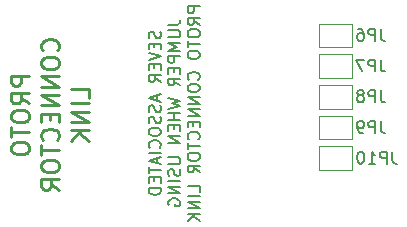
<source format=gbo>
G04 #@! TF.GenerationSoftware,KiCad,Pcbnew,(5.1.9-0-10_14)*
G04 #@! TF.CreationDate,2021-06-23T14:37:37+10:00*
G04 #@! TF.ProjectId,v0.4.4c,76302e34-2e34-4632-9e6b-696361645f70,4c*
G04 #@! TF.SameCoordinates,Original*
G04 #@! TF.FileFunction,Legend,Bot*
G04 #@! TF.FilePolarity,Positive*
%FSLAX46Y46*%
G04 Gerber Fmt 4.6, Leading zero omitted, Abs format (unit mm)*
G04 Created by KiCad (PCBNEW (5.1.9-0-10_14)) date 2021-06-23 14:37:37*
%MOMM*%
%LPD*%
G01*
G04 APERTURE LIST*
%ADD10C,0.150000*%
%ADD11C,0.287500*%
%ADD12C,0.120000*%
G04 APERTURE END LIST*
D10*
X125154761Y-110895238D02*
X125202380Y-111038095D01*
X125202380Y-111276190D01*
X125154761Y-111371428D01*
X125107142Y-111419047D01*
X125011904Y-111466666D01*
X124916666Y-111466666D01*
X124821428Y-111419047D01*
X124773809Y-111371428D01*
X124726190Y-111276190D01*
X124678571Y-111085714D01*
X124630952Y-110990476D01*
X124583333Y-110942857D01*
X124488095Y-110895238D01*
X124392857Y-110895238D01*
X124297619Y-110942857D01*
X124250000Y-110990476D01*
X124202380Y-111085714D01*
X124202380Y-111323809D01*
X124250000Y-111466666D01*
X124678571Y-111895238D02*
X124678571Y-112228571D01*
X125202380Y-112371428D02*
X125202380Y-111895238D01*
X124202380Y-111895238D01*
X124202380Y-112371428D01*
X124202380Y-112657142D02*
X125202380Y-112990476D01*
X124202380Y-113323809D01*
X124678571Y-113657142D02*
X124678571Y-113990476D01*
X125202380Y-114133333D02*
X125202380Y-113657142D01*
X124202380Y-113657142D01*
X124202380Y-114133333D01*
X125202380Y-115133333D02*
X124726190Y-114800000D01*
X125202380Y-114561904D02*
X124202380Y-114561904D01*
X124202380Y-114942857D01*
X124250000Y-115038095D01*
X124297619Y-115085714D01*
X124392857Y-115133333D01*
X124535714Y-115133333D01*
X124630952Y-115085714D01*
X124678571Y-115038095D01*
X124726190Y-114942857D01*
X124726190Y-114561904D01*
X124916666Y-116276190D02*
X124916666Y-116752380D01*
X125202380Y-116180952D02*
X124202380Y-116514285D01*
X125202380Y-116847619D01*
X125154761Y-117133333D02*
X125202380Y-117276190D01*
X125202380Y-117514285D01*
X125154761Y-117609523D01*
X125107142Y-117657142D01*
X125011904Y-117704761D01*
X124916666Y-117704761D01*
X124821428Y-117657142D01*
X124773809Y-117609523D01*
X124726190Y-117514285D01*
X124678571Y-117323809D01*
X124630952Y-117228571D01*
X124583333Y-117180952D01*
X124488095Y-117133333D01*
X124392857Y-117133333D01*
X124297619Y-117180952D01*
X124250000Y-117228571D01*
X124202380Y-117323809D01*
X124202380Y-117561904D01*
X124250000Y-117704761D01*
X125154761Y-118085714D02*
X125202380Y-118228571D01*
X125202380Y-118466666D01*
X125154761Y-118561904D01*
X125107142Y-118609523D01*
X125011904Y-118657142D01*
X124916666Y-118657142D01*
X124821428Y-118609523D01*
X124773809Y-118561904D01*
X124726190Y-118466666D01*
X124678571Y-118276190D01*
X124630952Y-118180952D01*
X124583333Y-118133333D01*
X124488095Y-118085714D01*
X124392857Y-118085714D01*
X124297619Y-118133333D01*
X124250000Y-118180952D01*
X124202380Y-118276190D01*
X124202380Y-118514285D01*
X124250000Y-118657142D01*
X124202380Y-119276190D02*
X124202380Y-119466666D01*
X124250000Y-119561904D01*
X124345238Y-119657142D01*
X124535714Y-119704761D01*
X124869047Y-119704761D01*
X125059523Y-119657142D01*
X125154761Y-119561904D01*
X125202380Y-119466666D01*
X125202380Y-119276190D01*
X125154761Y-119180952D01*
X125059523Y-119085714D01*
X124869047Y-119038095D01*
X124535714Y-119038095D01*
X124345238Y-119085714D01*
X124250000Y-119180952D01*
X124202380Y-119276190D01*
X125107142Y-120704761D02*
X125154761Y-120657142D01*
X125202380Y-120514285D01*
X125202380Y-120419047D01*
X125154761Y-120276190D01*
X125059523Y-120180952D01*
X124964285Y-120133333D01*
X124773809Y-120085714D01*
X124630952Y-120085714D01*
X124440476Y-120133333D01*
X124345238Y-120180952D01*
X124250000Y-120276190D01*
X124202380Y-120419047D01*
X124202380Y-120514285D01*
X124250000Y-120657142D01*
X124297619Y-120704761D01*
X125202380Y-121133333D02*
X124202380Y-121133333D01*
X124916666Y-121561904D02*
X124916666Y-122038095D01*
X125202380Y-121466666D02*
X124202380Y-121800000D01*
X125202380Y-122133333D01*
X124202380Y-122323809D02*
X124202380Y-122895238D01*
X125202380Y-122609523D02*
X124202380Y-122609523D01*
X124678571Y-123228571D02*
X124678571Y-123561904D01*
X125202380Y-123704761D02*
X125202380Y-123228571D01*
X124202380Y-123228571D01*
X124202380Y-123704761D01*
X125202380Y-124133333D02*
X124202380Y-124133333D01*
X124202380Y-124371428D01*
X124250000Y-124514285D01*
X124345238Y-124609523D01*
X124440476Y-124657142D01*
X124630952Y-124704761D01*
X124773809Y-124704761D01*
X124964285Y-124657142D01*
X125059523Y-124609523D01*
X125154761Y-124514285D01*
X125202380Y-124371428D01*
X125202380Y-124133333D01*
X125852380Y-110300000D02*
X126566666Y-110300000D01*
X126709523Y-110252380D01*
X126804761Y-110157142D01*
X126852380Y-110014285D01*
X126852380Y-109919047D01*
X125852380Y-110776190D02*
X126661904Y-110776190D01*
X126757142Y-110823809D01*
X126804761Y-110871428D01*
X126852380Y-110966666D01*
X126852380Y-111157142D01*
X126804761Y-111252380D01*
X126757142Y-111300000D01*
X126661904Y-111347619D01*
X125852380Y-111347619D01*
X126852380Y-111823809D02*
X125852380Y-111823809D01*
X126566666Y-112157142D01*
X125852380Y-112490476D01*
X126852380Y-112490476D01*
X126852380Y-112966666D02*
X125852380Y-112966666D01*
X125852380Y-113347619D01*
X125900000Y-113442857D01*
X125947619Y-113490476D01*
X126042857Y-113538095D01*
X126185714Y-113538095D01*
X126280952Y-113490476D01*
X126328571Y-113442857D01*
X126376190Y-113347619D01*
X126376190Y-112966666D01*
X126328571Y-113966666D02*
X126328571Y-114300000D01*
X126852380Y-114442857D02*
X126852380Y-113966666D01*
X125852380Y-113966666D01*
X125852380Y-114442857D01*
X126852380Y-115442857D02*
X126376190Y-115109523D01*
X126852380Y-114871428D02*
X125852380Y-114871428D01*
X125852380Y-115252380D01*
X125900000Y-115347619D01*
X125947619Y-115395238D01*
X126042857Y-115442857D01*
X126185714Y-115442857D01*
X126280952Y-115395238D01*
X126328571Y-115347619D01*
X126376190Y-115252380D01*
X126376190Y-114871428D01*
X125852380Y-116538095D02*
X126852380Y-116776190D01*
X126138095Y-116966666D01*
X126852380Y-117157142D01*
X125852380Y-117395238D01*
X126852380Y-117776190D02*
X125852380Y-117776190D01*
X126328571Y-117776190D02*
X126328571Y-118347619D01*
X126852380Y-118347619D02*
X125852380Y-118347619D01*
X126328571Y-118823809D02*
X126328571Y-119157142D01*
X126852380Y-119300000D02*
X126852380Y-118823809D01*
X125852380Y-118823809D01*
X125852380Y-119300000D01*
X126852380Y-119728571D02*
X125852380Y-119728571D01*
X126852380Y-120300000D01*
X125852380Y-120300000D01*
X125852380Y-121538095D02*
X126661904Y-121538095D01*
X126757142Y-121585714D01*
X126804761Y-121633333D01*
X126852380Y-121728571D01*
X126852380Y-121919047D01*
X126804761Y-122014285D01*
X126757142Y-122061904D01*
X126661904Y-122109523D01*
X125852380Y-122109523D01*
X126804761Y-122538095D02*
X126852380Y-122680952D01*
X126852380Y-122919047D01*
X126804761Y-123014285D01*
X126757142Y-123061904D01*
X126661904Y-123109523D01*
X126566666Y-123109523D01*
X126471428Y-123061904D01*
X126423809Y-123014285D01*
X126376190Y-122919047D01*
X126328571Y-122728571D01*
X126280952Y-122633333D01*
X126233333Y-122585714D01*
X126138095Y-122538095D01*
X126042857Y-122538095D01*
X125947619Y-122585714D01*
X125900000Y-122633333D01*
X125852380Y-122728571D01*
X125852380Y-122966666D01*
X125900000Y-123109523D01*
X126852380Y-123538095D02*
X125852380Y-123538095D01*
X126852380Y-124014285D02*
X125852380Y-124014285D01*
X126852380Y-124585714D01*
X125852380Y-124585714D01*
X125900000Y-125585714D02*
X125852380Y-125490476D01*
X125852380Y-125347619D01*
X125900000Y-125204761D01*
X125995238Y-125109523D01*
X126090476Y-125061904D01*
X126280952Y-125014285D01*
X126423809Y-125014285D01*
X126614285Y-125061904D01*
X126709523Y-125109523D01*
X126804761Y-125204761D01*
X126852380Y-125347619D01*
X126852380Y-125442857D01*
X126804761Y-125585714D01*
X126757142Y-125633333D01*
X126423809Y-125633333D01*
X126423809Y-125442857D01*
X128502380Y-108752380D02*
X127502380Y-108752380D01*
X127502380Y-109133333D01*
X127550000Y-109228571D01*
X127597619Y-109276190D01*
X127692857Y-109323809D01*
X127835714Y-109323809D01*
X127930952Y-109276190D01*
X127978571Y-109228571D01*
X128026190Y-109133333D01*
X128026190Y-108752380D01*
X128502380Y-110323809D02*
X128026190Y-109990476D01*
X128502380Y-109752380D02*
X127502380Y-109752380D01*
X127502380Y-110133333D01*
X127550000Y-110228571D01*
X127597619Y-110276190D01*
X127692857Y-110323809D01*
X127835714Y-110323809D01*
X127930952Y-110276190D01*
X127978571Y-110228571D01*
X128026190Y-110133333D01*
X128026190Y-109752380D01*
X127502380Y-110942857D02*
X127502380Y-111133333D01*
X127550000Y-111228571D01*
X127645238Y-111323809D01*
X127835714Y-111371428D01*
X128169047Y-111371428D01*
X128359523Y-111323809D01*
X128454761Y-111228571D01*
X128502380Y-111133333D01*
X128502380Y-110942857D01*
X128454761Y-110847619D01*
X128359523Y-110752380D01*
X128169047Y-110704761D01*
X127835714Y-110704761D01*
X127645238Y-110752380D01*
X127550000Y-110847619D01*
X127502380Y-110942857D01*
X127502380Y-111657142D02*
X127502380Y-112228571D01*
X128502380Y-111942857D02*
X127502380Y-111942857D01*
X127502380Y-112752380D02*
X127502380Y-112942857D01*
X127550000Y-113038095D01*
X127645238Y-113133333D01*
X127835714Y-113180952D01*
X128169047Y-113180952D01*
X128359523Y-113133333D01*
X128454761Y-113038095D01*
X128502380Y-112942857D01*
X128502380Y-112752380D01*
X128454761Y-112657142D01*
X128359523Y-112561904D01*
X128169047Y-112514285D01*
X127835714Y-112514285D01*
X127645238Y-112561904D01*
X127550000Y-112657142D01*
X127502380Y-112752380D01*
X128407142Y-114942857D02*
X128454761Y-114895238D01*
X128502380Y-114752380D01*
X128502380Y-114657142D01*
X128454761Y-114514285D01*
X128359523Y-114419047D01*
X128264285Y-114371428D01*
X128073809Y-114323809D01*
X127930952Y-114323809D01*
X127740476Y-114371428D01*
X127645238Y-114419047D01*
X127550000Y-114514285D01*
X127502380Y-114657142D01*
X127502380Y-114752380D01*
X127550000Y-114895238D01*
X127597619Y-114942857D01*
X127502380Y-115561904D02*
X127502380Y-115752380D01*
X127550000Y-115847619D01*
X127645238Y-115942857D01*
X127835714Y-115990476D01*
X128169047Y-115990476D01*
X128359523Y-115942857D01*
X128454761Y-115847619D01*
X128502380Y-115752380D01*
X128502380Y-115561904D01*
X128454761Y-115466666D01*
X128359523Y-115371428D01*
X128169047Y-115323809D01*
X127835714Y-115323809D01*
X127645238Y-115371428D01*
X127550000Y-115466666D01*
X127502380Y-115561904D01*
X128502380Y-116419047D02*
X127502380Y-116419047D01*
X128502380Y-116990476D01*
X127502380Y-116990476D01*
X128502380Y-117466666D02*
X127502380Y-117466666D01*
X128502380Y-118038095D01*
X127502380Y-118038095D01*
X127978571Y-118514285D02*
X127978571Y-118847619D01*
X128502380Y-118990476D02*
X128502380Y-118514285D01*
X127502380Y-118514285D01*
X127502380Y-118990476D01*
X128407142Y-119990476D02*
X128454761Y-119942857D01*
X128502380Y-119800000D01*
X128502380Y-119704761D01*
X128454761Y-119561904D01*
X128359523Y-119466666D01*
X128264285Y-119419047D01*
X128073809Y-119371428D01*
X127930952Y-119371428D01*
X127740476Y-119419047D01*
X127645238Y-119466666D01*
X127550000Y-119561904D01*
X127502380Y-119704761D01*
X127502380Y-119800000D01*
X127550000Y-119942857D01*
X127597619Y-119990476D01*
X127502380Y-120276190D02*
X127502380Y-120847619D01*
X128502380Y-120561904D02*
X127502380Y-120561904D01*
X127502380Y-121371428D02*
X127502380Y-121561904D01*
X127550000Y-121657142D01*
X127645238Y-121752380D01*
X127835714Y-121800000D01*
X128169047Y-121800000D01*
X128359523Y-121752380D01*
X128454761Y-121657142D01*
X128502380Y-121561904D01*
X128502380Y-121371428D01*
X128454761Y-121276190D01*
X128359523Y-121180952D01*
X128169047Y-121133333D01*
X127835714Y-121133333D01*
X127645238Y-121180952D01*
X127550000Y-121276190D01*
X127502380Y-121371428D01*
X128502380Y-122800000D02*
X128026190Y-122466666D01*
X128502380Y-122228571D02*
X127502380Y-122228571D01*
X127502380Y-122609523D01*
X127550000Y-122704761D01*
X127597619Y-122752380D01*
X127692857Y-122800000D01*
X127835714Y-122800000D01*
X127930952Y-122752380D01*
X127978571Y-122704761D01*
X128026190Y-122609523D01*
X128026190Y-122228571D01*
X128502380Y-124466666D02*
X128502380Y-123990476D01*
X127502380Y-123990476D01*
X128502380Y-124800000D02*
X127502380Y-124800000D01*
X128502380Y-125276190D02*
X127502380Y-125276190D01*
X128502380Y-125847619D01*
X127502380Y-125847619D01*
X128502380Y-126323809D02*
X127502380Y-126323809D01*
X128502380Y-126895238D02*
X127930952Y-126466666D01*
X127502380Y-126895238D02*
X128073809Y-126323809D01*
D11*
X114067857Y-114614285D02*
X112567857Y-114614285D01*
X112567857Y-115185714D01*
X112639286Y-115328571D01*
X112710714Y-115400000D01*
X112853571Y-115471428D01*
X113067857Y-115471428D01*
X113210714Y-115400000D01*
X113282143Y-115328571D01*
X113353571Y-115185714D01*
X113353571Y-114614285D01*
X114067857Y-116971428D02*
X113353571Y-116471428D01*
X114067857Y-116114285D02*
X112567857Y-116114285D01*
X112567857Y-116685714D01*
X112639286Y-116828571D01*
X112710714Y-116900000D01*
X112853571Y-116971428D01*
X113067857Y-116971428D01*
X113210714Y-116900000D01*
X113282143Y-116828571D01*
X113353571Y-116685714D01*
X113353571Y-116114285D01*
X112567857Y-117900000D02*
X112567857Y-118185714D01*
X112639286Y-118328571D01*
X112782143Y-118471428D01*
X113067857Y-118542857D01*
X113567857Y-118542857D01*
X113853571Y-118471428D01*
X113996428Y-118328571D01*
X114067857Y-118185714D01*
X114067857Y-117900000D01*
X113996428Y-117757142D01*
X113853571Y-117614285D01*
X113567857Y-117542857D01*
X113067857Y-117542857D01*
X112782143Y-117614285D01*
X112639286Y-117757142D01*
X112567857Y-117900000D01*
X112567857Y-118971428D02*
X112567857Y-119828571D01*
X114067857Y-119400000D02*
X112567857Y-119400000D01*
X112567857Y-120614285D02*
X112567857Y-120900000D01*
X112639286Y-121042857D01*
X112782143Y-121185714D01*
X113067857Y-121257142D01*
X113567857Y-121257142D01*
X113853571Y-121185714D01*
X113996428Y-121042857D01*
X114067857Y-120900000D01*
X114067857Y-120614285D01*
X113996428Y-120471428D01*
X113853571Y-120328571D01*
X113567857Y-120257142D01*
X113067857Y-120257142D01*
X112782143Y-120328571D01*
X112639286Y-120471428D01*
X112567857Y-120614285D01*
X116462500Y-112471428D02*
X116533928Y-112400000D01*
X116605357Y-112185714D01*
X116605357Y-112042857D01*
X116533928Y-111828571D01*
X116391071Y-111685714D01*
X116248214Y-111614285D01*
X115962500Y-111542857D01*
X115748214Y-111542857D01*
X115462500Y-111614285D01*
X115319643Y-111685714D01*
X115176786Y-111828571D01*
X115105357Y-112042857D01*
X115105357Y-112185714D01*
X115176786Y-112400000D01*
X115248214Y-112471428D01*
X115105357Y-113400000D02*
X115105357Y-113685714D01*
X115176786Y-113828571D01*
X115319643Y-113971428D01*
X115605357Y-114042857D01*
X116105357Y-114042857D01*
X116391071Y-113971428D01*
X116533928Y-113828571D01*
X116605357Y-113685714D01*
X116605357Y-113400000D01*
X116533928Y-113257142D01*
X116391071Y-113114285D01*
X116105357Y-113042857D01*
X115605357Y-113042857D01*
X115319643Y-113114285D01*
X115176786Y-113257142D01*
X115105357Y-113400000D01*
X116605357Y-114685714D02*
X115105357Y-114685714D01*
X116605357Y-115542857D01*
X115105357Y-115542857D01*
X116605357Y-116257142D02*
X115105357Y-116257142D01*
X116605357Y-117114285D01*
X115105357Y-117114285D01*
X115819643Y-117828571D02*
X115819643Y-118328571D01*
X116605357Y-118542857D02*
X116605357Y-117828571D01*
X115105357Y-117828571D01*
X115105357Y-118542857D01*
X116462500Y-120042857D02*
X116533928Y-119971428D01*
X116605357Y-119757142D01*
X116605357Y-119614285D01*
X116533928Y-119400000D01*
X116391071Y-119257142D01*
X116248214Y-119185714D01*
X115962500Y-119114285D01*
X115748214Y-119114285D01*
X115462500Y-119185714D01*
X115319643Y-119257142D01*
X115176786Y-119400000D01*
X115105357Y-119614285D01*
X115105357Y-119757142D01*
X115176786Y-119971428D01*
X115248214Y-120042857D01*
X115105357Y-120471428D02*
X115105357Y-121328571D01*
X116605357Y-120899999D02*
X115105357Y-120899999D01*
X115105357Y-122114285D02*
X115105357Y-122399999D01*
X115176786Y-122542857D01*
X115319643Y-122685714D01*
X115605357Y-122757142D01*
X116105357Y-122757142D01*
X116391071Y-122685714D01*
X116533928Y-122542857D01*
X116605357Y-122399999D01*
X116605357Y-122114285D01*
X116533928Y-121971428D01*
X116391071Y-121828571D01*
X116105357Y-121757142D01*
X115605357Y-121757142D01*
X115319643Y-121828571D01*
X115176786Y-121971428D01*
X115105357Y-122114285D01*
X116605357Y-124257142D02*
X115891071Y-123757142D01*
X116605357Y-123399999D02*
X115105357Y-123399999D01*
X115105357Y-123971428D01*
X115176786Y-124114285D01*
X115248214Y-124185714D01*
X115391071Y-124257142D01*
X115605357Y-124257142D01*
X115748214Y-124185714D01*
X115819643Y-124114285D01*
X115891071Y-123971428D01*
X115891071Y-123399999D01*
X119142857Y-116471428D02*
X119142857Y-115757142D01*
X117642857Y-115757142D01*
X119142857Y-116971428D02*
X117642857Y-116971428D01*
X119142857Y-117685714D02*
X117642857Y-117685714D01*
X119142857Y-118542857D01*
X117642857Y-118542857D01*
X119142857Y-119257142D02*
X117642857Y-119257142D01*
X119142857Y-120114285D02*
X118285714Y-119471428D01*
X117642857Y-120114285D02*
X118500000Y-119257142D01*
D12*
X141400000Y-122600000D02*
X141400000Y-120600000D01*
X138600000Y-122600000D02*
X141400000Y-122600000D01*
X138600000Y-120600000D02*
X138600000Y-122600000D01*
X141400000Y-120600000D02*
X138600000Y-120600000D01*
X141400000Y-120000000D02*
X141400000Y-118000000D01*
X138600000Y-120000000D02*
X141400000Y-120000000D01*
X138600000Y-118000000D02*
X138600000Y-120000000D01*
X141400000Y-118000000D02*
X138600000Y-118000000D01*
X141400000Y-117400000D02*
X141400000Y-115400000D01*
X138600000Y-117400000D02*
X141400000Y-117400000D01*
X138600000Y-115400000D02*
X138600000Y-117400000D01*
X141400000Y-115400000D02*
X138600000Y-115400000D01*
X141400000Y-114800000D02*
X141400000Y-112800000D01*
X138600000Y-114800000D02*
X141400000Y-114800000D01*
X138600000Y-112800000D02*
X138600000Y-114800000D01*
X141400000Y-112800000D02*
X138600000Y-112800000D01*
X141400000Y-112200000D02*
X141400000Y-110200000D01*
X138600000Y-112200000D02*
X141400000Y-112200000D01*
X138600000Y-110200000D02*
X138600000Y-112200000D01*
X141400000Y-110200000D02*
X138600000Y-110200000D01*
D10*
X144809523Y-121052380D02*
X144809523Y-121766666D01*
X144857142Y-121909523D01*
X144952380Y-122004761D01*
X145095238Y-122052380D01*
X145190476Y-122052380D01*
X144333333Y-122052380D02*
X144333333Y-121052380D01*
X143952380Y-121052380D01*
X143857142Y-121100000D01*
X143809523Y-121147619D01*
X143761904Y-121242857D01*
X143761904Y-121385714D01*
X143809523Y-121480952D01*
X143857142Y-121528571D01*
X143952380Y-121576190D01*
X144333333Y-121576190D01*
X142809523Y-122052380D02*
X143380952Y-122052380D01*
X143095238Y-122052380D02*
X143095238Y-121052380D01*
X143190476Y-121195238D01*
X143285714Y-121290476D01*
X143380952Y-121338095D01*
X142190476Y-121052380D02*
X142095238Y-121052380D01*
X142000000Y-121100000D01*
X141952380Y-121147619D01*
X141904761Y-121242857D01*
X141857142Y-121433333D01*
X141857142Y-121671428D01*
X141904761Y-121861904D01*
X141952380Y-121957142D01*
X142000000Y-122004761D01*
X142095238Y-122052380D01*
X142190476Y-122052380D01*
X142285714Y-122004761D01*
X142333333Y-121957142D01*
X142380952Y-121861904D01*
X142428571Y-121671428D01*
X142428571Y-121433333D01*
X142380952Y-121242857D01*
X142333333Y-121147619D01*
X142285714Y-121100000D01*
X142190476Y-121052380D01*
X143833333Y-118452380D02*
X143833333Y-119166666D01*
X143880952Y-119309523D01*
X143976190Y-119404761D01*
X144119047Y-119452380D01*
X144214285Y-119452380D01*
X143357142Y-119452380D02*
X143357142Y-118452380D01*
X142976190Y-118452380D01*
X142880952Y-118500000D01*
X142833333Y-118547619D01*
X142785714Y-118642857D01*
X142785714Y-118785714D01*
X142833333Y-118880952D01*
X142880952Y-118928571D01*
X142976190Y-118976190D01*
X143357142Y-118976190D01*
X142309523Y-119452380D02*
X142119047Y-119452380D01*
X142023809Y-119404761D01*
X141976190Y-119357142D01*
X141880952Y-119214285D01*
X141833333Y-119023809D01*
X141833333Y-118642857D01*
X141880952Y-118547619D01*
X141928571Y-118500000D01*
X142023809Y-118452380D01*
X142214285Y-118452380D01*
X142309523Y-118500000D01*
X142357142Y-118547619D01*
X142404761Y-118642857D01*
X142404761Y-118880952D01*
X142357142Y-118976190D01*
X142309523Y-119023809D01*
X142214285Y-119071428D01*
X142023809Y-119071428D01*
X141928571Y-119023809D01*
X141880952Y-118976190D01*
X141833333Y-118880952D01*
X143833333Y-115852380D02*
X143833333Y-116566666D01*
X143880952Y-116709523D01*
X143976190Y-116804761D01*
X144119047Y-116852380D01*
X144214285Y-116852380D01*
X143357142Y-116852380D02*
X143357142Y-115852380D01*
X142976190Y-115852380D01*
X142880952Y-115900000D01*
X142833333Y-115947619D01*
X142785714Y-116042857D01*
X142785714Y-116185714D01*
X142833333Y-116280952D01*
X142880952Y-116328571D01*
X142976190Y-116376190D01*
X143357142Y-116376190D01*
X142214285Y-116280952D02*
X142309523Y-116233333D01*
X142357142Y-116185714D01*
X142404761Y-116090476D01*
X142404761Y-116042857D01*
X142357142Y-115947619D01*
X142309523Y-115900000D01*
X142214285Y-115852380D01*
X142023809Y-115852380D01*
X141928571Y-115900000D01*
X141880952Y-115947619D01*
X141833333Y-116042857D01*
X141833333Y-116090476D01*
X141880952Y-116185714D01*
X141928571Y-116233333D01*
X142023809Y-116280952D01*
X142214285Y-116280952D01*
X142309523Y-116328571D01*
X142357142Y-116376190D01*
X142404761Y-116471428D01*
X142404761Y-116661904D01*
X142357142Y-116757142D01*
X142309523Y-116804761D01*
X142214285Y-116852380D01*
X142023809Y-116852380D01*
X141928571Y-116804761D01*
X141880952Y-116757142D01*
X141833333Y-116661904D01*
X141833333Y-116471428D01*
X141880952Y-116376190D01*
X141928571Y-116328571D01*
X142023809Y-116280952D01*
X143833333Y-113252380D02*
X143833333Y-113966666D01*
X143880952Y-114109523D01*
X143976190Y-114204761D01*
X144119047Y-114252380D01*
X144214285Y-114252380D01*
X143357142Y-114252380D02*
X143357142Y-113252380D01*
X142976190Y-113252380D01*
X142880952Y-113300000D01*
X142833333Y-113347619D01*
X142785714Y-113442857D01*
X142785714Y-113585714D01*
X142833333Y-113680952D01*
X142880952Y-113728571D01*
X142976190Y-113776190D01*
X143357142Y-113776190D01*
X142452380Y-113252380D02*
X141785714Y-113252380D01*
X142214285Y-114252380D01*
X143833333Y-110652380D02*
X143833333Y-111366666D01*
X143880952Y-111509523D01*
X143976190Y-111604761D01*
X144119047Y-111652380D01*
X144214285Y-111652380D01*
X143357142Y-111652380D02*
X143357142Y-110652380D01*
X142976190Y-110652380D01*
X142880952Y-110700000D01*
X142833333Y-110747619D01*
X142785714Y-110842857D01*
X142785714Y-110985714D01*
X142833333Y-111080952D01*
X142880952Y-111128571D01*
X142976190Y-111176190D01*
X143357142Y-111176190D01*
X141928571Y-110652380D02*
X142119047Y-110652380D01*
X142214285Y-110700000D01*
X142261904Y-110747619D01*
X142357142Y-110890476D01*
X142404761Y-111080952D01*
X142404761Y-111461904D01*
X142357142Y-111557142D01*
X142309523Y-111604761D01*
X142214285Y-111652380D01*
X142023809Y-111652380D01*
X141928571Y-111604761D01*
X141880952Y-111557142D01*
X141833333Y-111461904D01*
X141833333Y-111223809D01*
X141880952Y-111128571D01*
X141928571Y-111080952D01*
X142023809Y-111033333D01*
X142214285Y-111033333D01*
X142309523Y-111080952D01*
X142357142Y-111128571D01*
X142404761Y-111223809D01*
M02*

</source>
